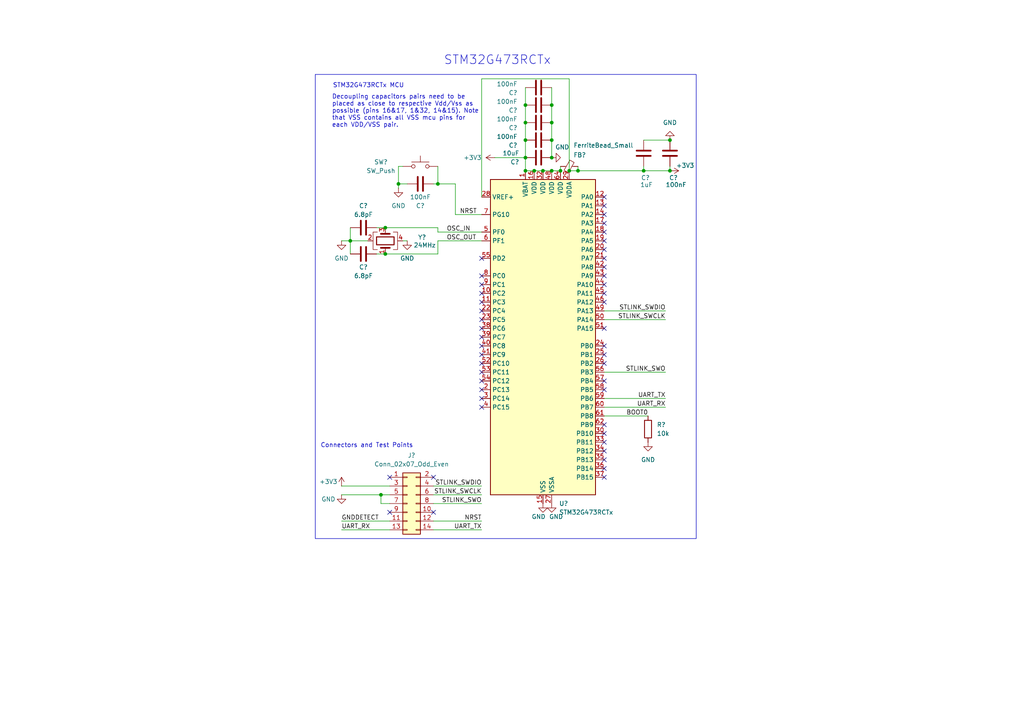
<source format=kicad_sch>
(kicad_sch (version 20250114) (generator "eeschema") (generator_version "9.0")
  (paper "A4")
  (lib_symbols
    (symbol "Connector_Generic:Conn_02x07_Odd_Even" (pin_names (offset 1.016) (hide yes))
      (property "Reference" "J" (at 1.27 10.16 0))
      (property "Value" "Conn_02x07_Odd_Even" (at 1.27 -10.16 0))
      (symbol "Conn_02x07_Odd_Even_1_1"
        (rectangle (start -1.27 8.89) (end 3.81 -8.89) (stroke (width 0.254)) (fill (type background)))
        (rectangle (start -1.27 7.747) (end 0 7.493) (stroke (width 0.1524)))
        (rectangle (start -1.27 5.207) (end 0 4.953) (stroke (width 0.1524)))
        (rectangle (start -1.27 2.667) (end 0 2.413) (stroke (width 0.1524)))
        (rectangle (start -1.27 0.127) (end 0 -0.127) (stroke (width 0.1524)))
        (rectangle (start -1.27 -2.413) (end 0 -2.667) (stroke (width 0.1524)))
        (rectangle (start -1.27 -4.953) (end 0 -5.207) (stroke (width 0.1524)))
        (rectangle (start -1.27 -7.493) (end 0 -7.747) (stroke (width 0.1524)))
        (rectangle (start 3.81 7.747) (end 2.54 7.493) (stroke (width 0.1524)))
        (rectangle (start 3.81 5.207) (end 2.54 4.953) (stroke (width 0.1524)))
        (rectangle (start 3.81 2.667) (end 2.54 2.413) (stroke (width 0.1524)))
        (rectangle (start 3.81 0.127) (end 2.54 -0.127) (stroke (width 0.1524)))
        (rectangle (start 3.81 -2.413) (end 2.54 -2.667) (stroke (width 0.1524)))
        (rectangle (start 3.81 -4.953) (end 2.54 -5.207) (stroke (width 0.1524)))
        (rectangle (start 3.81 -7.493) (end 2.54 -7.747) (stroke (width 0.1524)))
        (pin passive line (at -5.08 7.62 0) (length 3.81) (name "Pin_1") (number "1"))
        (pin passive line (at -5.08 5.08 0) (length 3.81) (name "Pin_3") (number "3"))
        (pin passive line (at -5.08 2.54 0) (length 3.81) (name "Pin_5") (number "5"))
        (pin passive line (at -5.08 0 0) (length 3.81) (name "Pin_7") (number "7"))
        (pin passive line (at -5.08 -2.54 0) (length 3.81) (name "Pin_9") (number "9"))
        (pin passive line (at -5.08 -5.08 0) (length 3.81) (name "Pin_11") (number "11"))
        (pin passive line (at -5.08 -7.62 0) (length 3.81) (name "Pin_13") (number "13"))
        (pin passive line (at 7.62 7.62 180) (length 3.81) (name "Pin_2") (number "2"))
        (pin passive line (at 7.62 5.08 180) (length 3.81) (name "Pin_4") (number "4"))
        (pin passive line (at 7.62 2.54 180) (length 3.81) (name "Pin_6") (number "6"))
        (pin passive line (at 7.62 0 180) (length 3.81) (name "Pin_8") (number "8"))
        (pin passive line (at 7.62 -2.54 180) (length 3.81) (name "Pin_10") (number "10"))
        (pin passive line (at 7.62 -5.08 180) (length 3.81) (name "Pin_12") (number "12"))
        (pin passive line (at 7.62 -7.62 180) (length 3.81) (name "Pin_14") (number "14"))
      )
    )
    (symbol "Device:C" (pin_numbers (hide yes)) (pin_names (offset 0.254))
      (property "Reference" "C" (at 0.635 2.54 0))
      (property "Value" "C" (at 0.635 -2.54 0))
      (symbol "C_0_1"
        (polyline (pts (xy -2.032 0.762) (xy 2.032 0.762)) (stroke (width 0.508)))
        (polyline (pts (xy -2.032 -0.762) (xy 2.032 -0.762)) (stroke (width 0.508)))
      )
      (symbol "C_1_1"
        (pin passive line (at 0 3.81 270) (length 2.794) (name "~") (number "1"))
        (pin passive line (at 0 -3.81 90) (length 2.794) (name "~") (number "2"))
      )
    )
    (symbol "Device:Crystal_GND24" (pin_names (offset 1.016) (hide yes))
      (property "Reference" "Y" (at 3.175 5.08 0))
      (property "Value" "Crystal_GND24" (at 3.175 3.175 0))
      (symbol "Crystal_GND24_0_1"
        (polyline (pts (xy -2.54 2.286) (xy -2.54 3.556) (xy 2.54 3.556) (xy 2.54 2.286)))
        (polyline (pts (xy -2.54 0) (xy -2.032 0)))
        (polyline (pts (xy -2.54 -2.286) (xy -2.54 -3.556) (xy 2.54 -3.556) (xy 2.54 -2.286)))
        (polyline (pts (xy -2.032 -1.27) (xy -2.032 1.27)) (stroke (width 0.508)))
        (rectangle (start -1.143 2.54) (end 1.143 -2.54) (stroke (width 0.3048)))
        (polyline (pts (xy 0 3.556) (xy 0 3.81)))
        (polyline (pts (xy 0 -3.81) (xy 0 -3.556)))
        (polyline (pts (xy 2.032 0) (xy 2.54 0)))
        (polyline (pts (xy 2.032 -1.27) (xy 2.032 1.27)) (stroke (width 0.508)))
      )
      (symbol "Crystal_GND24_1_1"
        (pin passive line (at -3.81 0 0) (length 1.27) (name "1") (number "1"))
        (pin passive line (at 0 5.08 270) (length 1.27) (name "2") (number "2"))
        (pin passive line (at 0 -5.08 90) (length 1.27) (name "4") (number "4"))
        (pin passive line (at 3.81 0 180) (length 1.27) (name "3") (number "3"))
      )
    )
    (symbol "Device:FerriteBead_Small" (pin_numbers (hide yes)) (pin_names (offset 0))
      (property "Reference" "FB" (at 1.905 1.27 0))
      (property "Value" "FerriteBead_Small" (at 1.905 -1.27 0))
      (symbol "FerriteBead_Small_0_1"
        (polyline (pts (xy -1.8288 0.2794) (xy -1.1176 1.4986) (xy 1.8288 -0.2032) (xy 1.1176 -1.4224) (xy -1.8288 0.2794)))
        (polyline (pts (xy 0 0.889) (xy 0 1.2954)))
        (polyline (pts (xy 0 -1.27) (xy 0 -0.7874)))
      )
      (symbol "FerriteBead_Small_1_1"
        (pin passive line (at 0 2.54 270) (length 1.27) (name "~") (number "1"))
        (pin passive line (at 0 -2.54 90) (length 1.27) (name "~") (number "2"))
      )
    )
    (symbol "Device:R" (pin_numbers (hide yes)) (pin_names (offset 0))
      (property "Reference" "R" (at 2.032 0 90))
      (property "Value" "R" (at 0 0 90))
      (symbol "R_0_1"
        (rectangle (start -1.016 -2.54) (end 1.016 2.54) (stroke (width 0.254)))
      )
      (symbol "R_1_1"
        (pin passive line (at 0 3.81 270) (length 1.27) (name "~") (number "1"))
        (pin passive line (at 0 -3.81 90) (length 1.27) (name "~") (number "2"))
      )
    )
    (symbol "MCU_ST_STM32G4:STM32G473RCTx"
      (property "Reference" "U" (at -15.24 46.99 0))
      (property "Value" "STM32G473RCTx" (at 10.16 46.99 0))
      (symbol "STM32G473RCTx_0_1"
        (rectangle (start -15.24 -45.72) (end 15.24 45.72) (stroke (width 0.254)) (fill (type background)))
      )
      (symbol "STM32G473RCTx_1_1"
        (pin input line (at -17.78 40.64 0) (length 2.54) (name "VREF+") (number "28"))
        (pin bidirectional line (at -17.78 35.56 0) (length 2.54) (name "PG10") (number "7"))
        (pin bidirectional line (at -17.78 30.48 0) (length 2.54) (name "PF0") (number "5"))
        (pin bidirectional line (at -17.78 27.94 0) (length 2.54) (name "PF1") (number "6"))
        (pin bidirectional line (at -17.78 22.86 0) (length 2.54) (name "PD2") (number "55"))
        (pin bidirectional line (at -17.78 17.78 0) (length 2.54) (name "PC0") (number "8"))
        (pin bidirectional line (at -17.78 15.24 0) (length 2.54) (name "PC1") (number "9"))
        (pin bidirectional line (at -17.78 12.7 0) (length 2.54) (name "PC2") (number "10"))
        (pin bidirectional line (at -17.78 10.16 0) (length 2.54) (name "PC3") (number "11"))
        (pin bidirectional line (at -17.78 7.62 0) (length 2.54) (name "PC4") (number "22"))
        (pin bidirectional line (at -17.78 5.08 0) (length 2.54) (name "PC5") (number "23"))
        (pin bidirectional line (at -17.78 2.54 0) (length 2.54) (name "PC6") (number "38"))
        (pin bidirectional line (at -17.78 0 0) (length 2.54) (name "PC7") (number "39"))
        (pin bidirectional line (at -17.78 -2.54 0) (length 2.54) (name "PC8") (number "40"))
        (pin bidirectional line (at -17.78 -5.08 0) (length 2.54) (name "PC9") (number "41"))
        (pin bidirectional line (at -17.78 -7.62 0) (length 2.54) (name "PC10") (number "52"))
        (pin bidirectional line (at -17.78 -10.16 0) (length 2.54) (name "PC11") (number "53"))
        (pin bidirectional line (at -17.78 -12.7 0) (length 2.54) (name "PC12") (number "54"))
        (pin bidirectional line (at -17.78 -15.24 0) (length 2.54) (name "PC13") (number "2"))
        (pin bidirectional line (at -17.78 -17.78 0) (length 2.54) (name "PC14") (number "3"))
        (pin bidirectional line (at -17.78 -20.32 0) (length 2.54) (name "PC15") (number "4"))
        (pin power_in line (at -5.08 48.26 270) (length 2.54) (name "VBAT") (number "1"))
        (pin power_in line (at -2.54 48.26 270) (length 2.54) (name "VDD") (number "16"))
        (pin power_in line (at 0 48.26 270) (length 2.54) (name "VDD") (number "32"))
        (pin power_in line (at 0 -48.26 90) (length 2.54) (name "VSS") (number "15"))
        (pin passive line (at 0 -48.26 90) (length 2.54) (hide yes) (name "VSS") (number "31"))
        (pin passive line (at 0 -48.26 90) (length 2.54) (hide yes) (name "VSS") (number "47"))
        (pin passive line (at 0 -48.26 90) (length 2.54) (hide yes) (name "VSS") (number "63"))
        (pin power_in line (at 2.54 48.26 270) (length 2.54) (name "VDD") (number "48"))
        (pin power_in line (at 2.54 -48.26 90) (length 2.54) (name "VSSA") (number "27"))
        (pin power_in line (at 5.08 48.26 270) (length 2.54) (name "VDD") (number "64"))
        (pin power_in line (at 7.62 48.26 270) (length 2.54) (name "VDDA") (number "29"))
        (pin bidirectional line (at 17.78 40.64 180) (length 2.54) (name "PA0") (number "12"))
        (pin bidirectional line (at 17.78 38.1 180) (length 2.54) (name "PA1") (number "13"))
        (pin bidirectional line (at 17.78 35.56 180) (length 2.54) (name "PA2") (number "14"))
        (pin bidirectional line (at 17.78 33.02 180) (length 2.54) (name "PA3") (number "17"))
        (pin bidirectional line (at 17.78 30.48 180) (length 2.54) (name "PA4") (number "18"))
        (pin bidirectional line (at 17.78 27.94 180) (length 2.54) (name "PA5") (number "19"))
        (pin bidirectional line (at 17.78 25.4 180) (length 2.54) (name "PA6") (number "20"))
        (pin bidirectional line (at 17.78 22.86 180) (length 2.54) (name "PA7") (number "21"))
        (pin bidirectional line (at 17.78 20.32 180) (length 2.54) (name "PA8") (number "42"))
        (pin bidirectional line (at 17.78 17.78 180) (length 2.54) (name "PA9") (number "43"))
        (pin bidirectional line (at 17.78 15.24 180) (length 2.54) (name "PA10") (number "44"))
        (pin bidirectional line (at 17.78 12.7 180) (length 2.54) (name "PA11") (number "45"))
        (pin bidirectional line (at 17.78 10.16 180) (length 2.54) (name "PA12") (number "46"))
        (pin bidirectional line (at 17.78 7.62 180) (length 2.54) (name "PA13") (number "49"))
        (pin bidirectional line (at 17.78 5.08 180) (length 2.54) (name "PA14") (number "50"))
        (pin bidirectional line (at 17.78 2.54 180) (length 2.54) (name "PA15") (number "51"))
        (pin bidirectional line (at 17.78 -2.54 180) (length 2.54) (name "PB0") (number "24"))
        (pin bidirectional line (at 17.78 -5.08 180) (length 2.54) (name "PB1") (number "25"))
        (pin bidirectional line (at 17.78 -7.62 180) (length 2.54) (name "PB2") (number "26"))
        (pin bidirectional line (at 17.78 -10.16 180) (length 2.54) (name "PB3") (number "56"))
        (pin bidirectional line (at 17.78 -12.7 180) (length 2.54) (name "PB4") (number "57"))
        (pin bidirectional line (at 17.78 -15.24 180) (length 2.54) (name "PB5") (number "58"))
        (pin bidirectional line (at 17.78 -17.78 180) (length 2.54) (name "PB6") (number "59"))
        (pin bidirectional line (at 17.78 -20.32 180) (length 2.54) (name "PB7") (number "60"))
        (pin bidirectional line (at 17.78 -22.86 180) (length 2.54) (name "PB8") (number "61"))
        (pin bidirectional line (at 17.78 -25.4 180) (length 2.54) (name "PB9") (number "62"))
        (pin bidirectional line (at 17.78 -27.94 180) (length 2.54) (name "PB10") (number "30"))
        (pin bidirectional line (at 17.78 -30.48 180) (length 2.54) (name "PB11") (number "33"))
        (pin bidirectional line (at 17.78 -33.02 180) (length 2.54) (name "PB12") (number "34"))
        (pin bidirectional line (at 17.78 -35.56 180) (length 2.54) (name "PB13") (number "35"))
        (pin bidirectional line (at 17.78 -38.1 180) (length 2.54) (name "PB14") (number "36"))
        (pin bidirectional line (at 17.78 -40.64 180) (length 2.54) (name "PB15") (number "37"))
      )
    )
    (symbol "Switch:SW_Push" (pin_numbers (hide yes)) (pin_names (offset 1.016) (hide yes))
      (property "Reference" "SW" (at 1.27 2.54 0))
      (property "Value" "SW_Push" (at 0 -1.524 0))
      (symbol "SW_Push_0_1"
        (circle (center -2.032 0) (radius 0.508))
        (polyline (pts (xy 0 1.27) (xy 0 3.048)))
        (circle (center 2.032 0) (radius 0.508))
        (polyline (pts (xy 2.54 1.27) (xy -2.54 1.27)))
        (pin passive line (at -5.08 0 0) (length 2.54) (name "1") (number "1"))
        (pin passive line (at 5.08 0 180) (length 2.54) (name "2") (number "2"))
      )
    )
    (symbol "power:+3V3" (power) (pin_numbers (hide yes)) (pin_names (offset 0) (hide yes))
      (property "Value" "+3V3" (at 0 3.556 0))
      (symbol "+3V3_0_1"
        (polyline (pts (xy -0.762 1.27) (xy 0 2.54)))
        (polyline (pts (xy 0 2.54) (xy 0.762 1.27)))
        (polyline (pts (xy 0 0) (xy 0 2.54)))
      )
      (symbol "+3V3_1_1"
        (pin power_in line (at 0 0 90) (length 0) (name "~") (number "1"))
      )
    )
    (symbol "power:GND" (power) (pin_numbers (hide yes)) (pin_names (offset 0) (hide yes))
      (property "Value" "GND" (at 0 -3.81 0))
      (symbol "GND_0_1"
        (polyline (pts (xy 0 0) (xy 0 -1.27) (xy 1.27 -1.27) (xy 0 -2.54) (xy -1.27 -1.27) (xy 0 -1.27)))
      )
      (symbol "GND_1_1"
        (pin power_in line (at 0 0 270) (length 0) (name "~") (number "1"))
      )
    )
  )
  (rectangle (start 91.44 21.59) (end 201.93 156.21))
  (text "STM32G473RCTx" (at 144.272 17.526 0) (effects (font (size 2.54 2.54))))
  (text "Decoupling capacitors pairs need to be\nplaced as close to respective Vdd/Vss as\npossible (pins 16&17, 1&32, 14&15). Note\nthat VSS contains all VSS mcu pins for\neach VDD/VSS pair." (at 96.266 32.258 0) (effects (font (size 1.27 1.27)) (justify left)))
  (text "STM32G473RCTx MCU" (at 96.52 24.13 0) (effects (font (size 1.27 1.27)) (justify left top)))
  (text "Connectors and Test Points\n" (at 92.964 128.524 0) (effects (font (size 1.27 1.27)) (justify left top)))
  (junction (at 162.56 49.53))
  (junction (at 186.69 49.53))
  (junction (at 194.31 49.53))
  (junction (at 160.02 35.56))
  (junction (at 160.02 49.53))
  (junction (at 115.57 53.34))
  (junction (at 167.64 49.53))
  (junction (at 152.4 30.48))
  (junction (at 127 53.34))
  (junction (at 152.4 45.72))
  (junction (at 160.02 40.64))
  (junction (at 110.49 143.51))
  (junction (at 157.48 49.53))
  (junction (at 152.4 35.56))
  (junction (at 152.4 49.53))
  (junction (at 154.94 49.53))
  (junction (at 160.02 30.48))
  (junction (at 111.76 73.66))
  (junction (at 194.31 40.64))
  (junction (at 160.02 45.72))
  (junction (at 165.1 49.53))
  (junction (at 111.76 66.04))
  (junction (at 152.4 40.64))
  (junction (at 101.6 69.85))
  (no_connect (at 113.03 148.59))
  (no_connect (at 175.26 130.81))
  (no_connect (at 175.26 77.47))
  (no_connect (at 125.73 148.59))
  (no_connect (at 175.26 80.01))
  (no_connect (at 139.7 105.41))
  (no_connect (at 175.26 110.49))
  (no_connect (at 139.7 110.49))
  (no_connect (at 175.26 95.25))
  (no_connect (at 175.26 135.89))
  (no_connect (at 175.26 128.27))
  (no_connect (at 175.26 64.77))
  (no_connect (at 175.26 133.35))
  (no_connect (at 139.7 97.79))
  (no_connect (at 113.03 138.43))
  (no_connect (at 139.7 115.57))
  (no_connect (at 139.7 82.55))
  (no_connect (at 175.26 72.39))
  (no_connect (at 175.26 82.55))
  (no_connect (at 139.7 80.01))
  (no_connect (at 139.7 85.09))
  (no_connect (at 139.7 100.33))
  (no_connect (at 175.26 62.23))
  (no_connect (at 175.26 138.43))
  (no_connect (at 139.7 87.63))
  (no_connect (at 139.7 107.95))
  (no_connect (at 175.26 74.93))
  (no_connect (at 175.26 125.73))
  (no_connect (at 139.7 92.71))
  (no_connect (at 125.73 138.43))
  (no_connect (at 175.26 113.03))
  (no_connect (at 139.7 118.11))
  (no_connect (at 139.7 90.17))
  (no_connect (at 175.26 69.85))
  (no_connect (at 175.26 59.69))
  (no_connect (at 139.7 102.87))
  (no_connect (at 139.7 95.25))
  (no_connect (at 175.26 57.15))
  (no_connect (at 175.26 67.31))
  (no_connect (at 175.26 87.63))
  (no_connect (at 175.26 100.33))
  (no_connect (at 175.26 123.19))
  (no_connect (at 175.26 85.09))
  (no_connect (at 175.26 105.41))
  (no_connect (at 139.7 74.93))
  (no_connect (at 139.7 113.03))
  (no_connect (at 175.26 102.87))
  (wire (pts (xy 110.49 146.05) (xy 110.49 143.51)))
  (wire (pts (xy 109.22 73.66) (xy 111.76 73.66)))
  (wire (pts (xy 132.08 62.23) (xy 139.7 62.23)))
  (wire (pts (xy 125.73 153.67) (xy 139.7 153.67)))
  (wire (pts (xy 160.02 30.48) (xy 160.02 35.56)))
  (wire (pts (xy 162.56 48.26) (xy 162.56 49.53)))
  (wire (pts (xy 115.57 54.61) (xy 115.57 53.34)))
  (wire (pts (xy 160.02 25.4) (xy 160.02 30.48)))
  (wire (pts (xy 152.4 30.48) (xy 152.4 35.56)))
  (wire (pts (xy 167.64 49.53) (xy 186.69 49.53)))
  (wire (pts (xy 99.06 69.85) (xy 101.6 69.85)))
  (wire (pts (xy 139.7 57.15) (xy 139.7 22.86)))
  (wire (pts (xy 127 67.31) (xy 139.7 67.31)))
  (wire (pts (xy 101.6 69.85) (xy 101.6 73.66)))
  (wire (pts (xy 160.02 40.64) (xy 160.02 45.72)))
  (wire (pts (xy 111.76 73.66) (xy 127 73.66)))
  (wire (pts (xy 132.08 62.23) (xy 132.08 53.34)))
  (wire (pts (xy 194.31 49.53) (xy 194.31 48.26)))
  (wire (pts (xy 152.4 40.64) (xy 152.4 45.72)))
  (wire (pts (xy 152.4 49.53) (xy 154.94 49.53)))
  (wire (pts (xy 125.73 140.97) (xy 139.7 140.97)))
  (wire (pts (xy 139.7 22.86) (xy 165.1 22.86)))
  (wire (pts (xy 125.73 151.13) (xy 139.7 151.13)))
  (wire (pts (xy 125.73 53.34) (xy 127 53.34)))
  (wire (pts (xy 110.49 143.51) (xy 113.03 143.51)))
  (wire (pts (xy 157.48 49.53) (xy 160.02 49.53)))
  (wire (pts (xy 139.7 143.51) (xy 125.73 143.51)))
  (wire (pts (xy 152.4 35.56) (xy 152.4 40.64)))
  (wire (pts (xy 101.6 69.85) (xy 106.68 69.85)))
  (wire (pts (xy 175.26 90.17) (xy 193.04 90.17)))
  (wire (pts (xy 115.57 48.26) (xy 115.57 53.34)))
  (wire (pts (xy 165.1 22.86) (xy 165.1 49.53)))
  (wire (pts (xy 154.94 49.53) (xy 157.48 49.53)))
  (wire (pts (xy 115.57 53.34) (xy 118.11 53.34)))
  (wire (pts (xy 116.84 69.85) (xy 118.11 69.85)))
  (wire (pts (xy 175.26 118.11) (xy 193.04 118.11)))
  (wire (pts (xy 111.76 66.04) (xy 127 66.04)))
  (wire (pts (xy 165.1 49.53) (xy 167.64 49.53)))
  (wire (pts (xy 99.06 140.97) (xy 113.03 140.97)))
  (wire (pts (xy 175.26 115.57) (xy 193.04 115.57)))
  (wire (pts (xy 175.26 107.95) (xy 193.04 107.95)))
  (wire (pts (xy 175.26 120.65) (xy 187.96 120.65)))
  (wire (pts (xy 152.4 25.4) (xy 152.4 30.48)))
  (wire (pts (xy 115.57 48.26) (xy 116.84 48.26)))
  (wire (pts (xy 109.22 66.04) (xy 111.76 66.04)))
  (wire (pts (xy 127 48.26) (xy 127 53.34)))
  (wire (pts (xy 101.6 66.04) (xy 101.6 69.85)))
  (wire (pts (xy 186.69 49.53) (xy 186.69 48.26)))
  (wire (pts (xy 113.03 146.05) (xy 110.49 146.05)))
  (wire (pts (xy 125.73 146.05) (xy 139.7 146.05)))
  (wire (pts (xy 186.69 49.53) (xy 194.31 49.53)))
  (wire (pts (xy 152.4 45.72) (xy 152.4 49.53)))
  (wire (pts (xy 160.02 49.53) (xy 162.56 49.53)))
  (wire (pts (xy 99.06 143.51) (xy 110.49 143.51)))
  (wire (pts (xy 127 69.85) (xy 139.7 69.85)))
  (wire (pts (xy 99.06 151.13) (xy 113.03 151.13)))
  (wire (pts (xy 132.08 53.34) (xy 127 53.34)))
  (wire (pts (xy 113.03 153.67) (xy 99.06 153.67)))
  (wire (pts (xy 127 66.04) (xy 127 67.31)))
  (wire (pts (xy 175.26 92.71) (xy 193.04 92.71)))
  (wire (pts (xy 160.02 35.56) (xy 160.02 40.64)))
  (wire (pts (xy 186.69 40.64) (xy 194.31 40.64)))
  (wire (pts (xy 127 73.66) (xy 127 69.85)))
  (wire (pts (xy 143.51 45.72) (xy 152.4 45.72)))
  (wire (pts (xy 167.64 48.26) (xy 167.64 49.53)))
  (label "STLINK_SWDIO" (at 193.04 90.17 180))
  (label "STLINK_SWDIO" (at 139.7 140.97 180))
  (label "STLINK_SWCLK" (at 139.7 143.51 180))
  (label "NRST" (at 139.7 151.13 180))
  (label "UART_RX" (at 193.04 118.11 180))
  (label "UART_TX" (at 193.04 115.57 180))
  (label "UART_TX" (at 139.7 153.67 180))
  (label "STLINK_SWCLK" (at 193.04 92.71 180))
  (label "OSC_OUT" (at 129.54 69.85 0))
  (label "GNDDETECT" (at 99.06 151.13 0))
  (label "NRST" (at 133.35 62.23 0))
  (label "UART_RX" (at 99.06 153.67 0))
  (label "STLINK_SWO" (at 139.7 146.05 180))
  (label "STLINK_SWO" (at 193.04 107.95 180))
  (label "OSC_IN" (at 129.54 67.31 0))
  (label "BOOT0" (at 187.96 120.65 180))
  (symbol (lib_id "power:GND") (at 115.57 54.61 0) (unit 1)
    (property "Reference" "#PWR?" (effects (hide yes)))
    (property "Value" "GND" (at 115.57 59.69 0))
    (property "Description" "Power symbol creates a global label with name \"GND\" , ground" (effects (hide yes)))
  )
  (symbol (lib_id "Device:Crystal_GND24") (at 111.76 69.85 90) (unit 1)
    (property "Reference" "Y?" (at 122.428 68.834 90))
    (property "Value" "24MHz" (at 123.19 71.12 90))
    (property "Footprint" "Crystal:Crystal_SMD_2016-4Pin_2.0x1.6mm" (effects (hide yes)))
    (property "Datasheet" "https://ecsxtal.com/store/pdf/ECX-1637B.pdf" (effects (hide yes)))
    (property "Description" "Four pin crystal, GND on pins 2 and 4" (effects (hide yes)))
    (property "Digi PN" "XC3063CT-ND" (effects (hide yes)))
    (property "MFG" "ECS" (effects (hide yes)))
    (property "MFG PN" "ECS-240-8-37B-CKY-TR" (effects (hide yes)))
  )
  (symbol (lib_id "Device:C") (at 186.69 44.45 0) (unit 1)
    (property "Reference" "C?" (at 185.928 51.562 0) (effects (justify left)))
    (property "Value" "1uF" (at 185.674 53.594 0) (effects (justify left)))
    (property "Footprint" "Capacitor_SMD:C_0805_2012Metric_Pad1.18x1.45mm_HandSolder" (effects (hide yes)))
    (property "Datasheet" "https://mm.digikey.com/Volume0/opasdata/d220001/medias/docus/609/CL21B105KBFNNNE_Spec.pdf" (effects (hide yes)))
    (property "Description" "Unpolarized capacitor" (effects (hide yes)))
    (property "Digi PN" "1276-1029-1-ND" (effects (hide yes)))
    (property "MFG" "Samsung Electro-Mechanics" (effects (hide yes)))
    (property "MFG PN" "CL21B105KBFNNNE" (effects (hide yes)))
  )
  (symbol (lib_id "power:+3V3") (at 99.06 140.97 0) (unit 1)
    (property "Reference" "#PWR?" (effects (hide yes)))
    (property "Value" "+3V3" (at 95.25 139.7 0))
    (property "Description" "Power symbol creates a global label with name \"+3V3\"" (effects (hide yes)))
  )
  (symbol (lib_id "Device:C") (at 156.21 25.4 90) (mirror x) (unit 1)
    (property "Reference" "C?" (at 150.114 26.924 90) (effects (justify left)))
    (property "Value" "100nF" (at 150.114 24.384 90) (effects (justify left)))
    (property "Footprint" "Capacitor_SMD:C_0805_2012Metric_Pad1.18x1.45mm_HandSolder" (effects (hide yes)))
    (property "Datasheet" "https://www.yageo.com/upload/media/product/productsearch/datasheet/mlcc/UPY-GPHC_X7R_6.3V-to-250V_24.pdf" (effects (hide yes)))
    (property "Description" "Unpolarized capacitor" (effects (hide yes)))
    (property "Digi PN" "311-1140-1-ND" (effects (hide yes)))
    (property "MFG" "Yageo" (effects (hide yes)))
    (property "MFG PN" "CC0805KRX7R9BB104" (effects (hide yes)))
  )
  (symbol (lib_id "power:GND") (at 99.06 143.51 0) (unit 1)
    (property "Reference" "#PWR?" (effects (hide yes)))
    (property "Value" "GND" (at 95.25 144.78 0))
    (property "Description" "Power symbol creates a global label with name \"GND\" , ground" (effects (hide yes)))
  )
  (symbol (lib_id "Device:FerriteBead_Small") (at 165.1 48.26 90) (unit 1)
    (property "Reference" "FB?" (at 168.148 44.958 90))
    (property "Value" "FerriteBead_Small" (at 175.006 42.164 90))
    (property "Footprint" "Inductor_SMD:L_0805_2012Metric_Pad1.05x1.20mm_HandSolder" (effects (hide yes)))
    (property "Datasheet" "https://www.laird.com/document/datasheet/hi0805o121r-10-datasheet" (effects (hide yes)))
    (property "Description" "Ferrite bead, small symbol" (effects (hide yes)))
    (property "Digi PN" "240-2393-1-ND" (effects (hide yes)))
    (property "MFG" "Laird-Signal Integrity Products" (effects (hide yes)))
    (property "MFG PN" "HI0805O121R-10" (effects (hide yes)))
  )
  (symbol (lib_id "Device:C") (at 156.21 35.56 90) (mirror x) (unit 1)
    (property "Reference" "C?" (at 150.114 37.084 90) (effects (justify left)))
    (property "Value" "100nF" (at 150.114 34.544 90) (effects (justify left)))
    (property "Footprint" "Capacitor_SMD:C_0805_2012Metric_Pad1.18x1.45mm_HandSolder" (effects (hide yes)))
    (property "Datasheet" "https://www.yageo.com/upload/media/product/productsearch/datasheet/mlcc/UPY-GPHC_X7R_6.3V-to-250V_24.pdf" (effects (hide yes)))
    (property "Description" "Unpolarized capacitor" (effects (hide yes)))
    (property "Digi PN" "311-1140-1-ND" (effects (hide yes)))
    (property "MFG" "Yageo" (effects (hide yes)))
    (property "MFG PN" "CC0805KRX7R9BB104" (effects (hide yes)))
  )
  (symbol (lib_id "Connector_Generic:Conn_02x07_Odd_Even") (at 118.11 146.05 0) (unit 1)
    (property "Reference" "J?" (at 119.38 132.08 0))
    (property "Value" "Conn_02x07_Odd_Even" (at 119.38 134.62 0))
    (property "Footprint" "Connector_PinHeader_1.27mm:PinHeader_2x07_P1.27mm_Vertical_SMD" (effects (hide yes)))
    (property "Datasheet" "https://mm.digikey.com/Volume0/opasdata/d220001/medias/docus/6209/ftsh-1xx-xx-xxx-dv-xxx-xxx-x-xx-mkt.pdf" (effects (hide yes)))
    (property "Description" "Generic connector, double row, 02x07, odd/even pin numbering scheme (row 1 odd numbers, row 2 even numbers), script generated (kicad-library-utils/schlib/autogen/connector/)" (effects (hide yes)))
    (property "MFG PN" "FTSH-107-01-F-DV-K-P-TR" (effects (hide yes)))
    (property "Digi PN" "SAM13170CT-ND" (effects (hide yes)))
  )
  (symbol (lib_id "MCU_ST_STM32G4:STM32G473RCTx") (at 157.48 97.79 0) (unit 1)
    (property "Reference" "U?" (at 162.1633 146.05 0) (effects (justify left)))
    (property "Value" "STM32G473RCTx" (at 162.1633 148.59 0) (effects (justify left)))
    (property "Footprint" "Package_QFP:LQFP-64_10x10mm_P0.5mm" (effects (hide yes)))
    (property "Datasheet" "https://www.st.com/resource/en/datasheet/stm32g473rc.pdf" (effects (hide yes)))
    (property "Description" "STMicroelectronics Arm Cortex-M4 MCU, 256KB flash, 128KB RAM, 170 MHz, 1.71-3.6V, 52 GPIO, LQFP64" (effects (hide yes)))
    (property "Digi PN" "497-15376-ND" (effects (hide yes)))
    (property "MFG" "STMicroelectronics" (effects (hide yes)))
    (property "MFG PN" "STM32F446RET6" (effects (hide yes)))
  )
  (symbol (lib_id "Device:C") (at 156.21 30.48 90) (mirror x) (unit 1)
    (property "Reference" "C?" (at 150.114 32.004 90) (effects (justify left)))
    (property "Value" "100nF" (at 150.114 29.464 90) (effects (justify left)))
    (property "Footprint" "Capacitor_SMD:C_0805_2012Metric_Pad1.18x1.45mm_HandSolder" (effects (hide yes)))
    (property "Datasheet" "https://www.yageo.com/upload/media/product/productsearch/datasheet/mlcc/UPY-GPHC_X7R_6.3V-to-250V_24.pdf" (effects (hide yes)))
    (property "Description" "Unpolarized capacitor" (effects (hide yes)))
    (property "Digi PN" "311-1140-1-ND" (effects (hide yes)))
    (property "MFG" "Yageo" (effects (hide yes)))
    (property "MFG PN" "CC0805KRX7R9BB104" (effects (hide yes)))
  )
  (symbol (lib_id "power:GND") (at 160.02 146.05 0) (unit 1)
    (property "Reference" "#PWR?" (effects (hide yes)))
    (property "Value" "GND" (at 161.29 149.86 0))
    (property "Description" "Power symbol creates a global label with name \"GND\" , ground" (effects (hide yes)))
  )
  (symbol (lib_id "power:GND") (at 157.48 146.05 0) (unit 1)
    (property "Reference" "#PWR?" (effects (hide yes)))
    (property "Value" "GND" (at 156.21 149.86 0))
    (property "Description" "Power symbol creates a global label with name \"GND\" , ground" (effects (hide yes)))
  )
  (symbol (lib_id "power:GND") (at 194.31 40.64 180) (unit 1)
    (property "Reference" "#PWR?" (effects (hide yes)))
    (property "Value" "GND" (at 194.31 35.56 0))
    (property "Description" "Power symbol creates a global label with name \"GND\" , ground" (effects (hide yes)))
  )
  (symbol (lib_id "Device:C") (at 105.41 73.66 270) (unit 1)
    (property "Reference" "C?" (at 105.41 77.47 90))
    (property "Value" "6.8pF" (at 105.41 80.01 90))
    (property "Footprint" "Capacitor_SMD:C_0805_2012Metric_Pad1.18x1.45mm_HandSolder" (effects (hide yes)))
    (property "Datasheet" "https://www.yageo.com/en/Chart/Download/pdf/CC0805DRNPO9BN6R8" (effects (hide yes)))
    (property "Description" "Unpolarized capacitor" (effects (hide yes)))
    (property "Digi PN" "311-4155-1-ND" (effects (hide yes)))
    (property "MFG" "Yageo" (effects (hide yes)))
    (property "MFG PN" "CC0805DRNPO9BN6R8" (effects (hide yes)))
  )
  (symbol (lib_id "Device:C") (at 121.92 53.34 90) (mirror x) (unit 1)
    (property "Reference" "C?" (at 121.92 59.69 90))
    (property "Value" "100nF" (at 121.92 57.15 90))
    (property "Footprint" "Capacitor_SMD:C_0805_2012Metric_Pad1.18x1.45mm_HandSolder" (effects (hide yes)))
    (property "Datasheet" "https://www.yageo.com/upload/media/product/productsearch/datasheet/mlcc/UPY-GPHC_X7R_6.3V-to-250V_24.pdf" (effects (hide yes)))
    (property "Description" "Unpolarized capacitor" (effects (hide yes)))
    (property "Digi PN" "311-1140-1-ND" (effects (hide yes)))
    (property "MFG" "Yageo" (effects (hide yes)))
    (property "MFG PN" "CC0805KRX7R9BB104" (effects (hide yes)))
  )
  (symbol (lib_id "Device:C") (at 105.41 66.04 270) (unit 1)
    (property "Reference" "C?" (at 105.41 59.69 90))
    (property "Value" "6.8pF" (at 105.41 62.23 90))
    (property "Footprint" "Capacitor_SMD:C_0805_2012Metric_Pad1.18x1.45mm_HandSolder" (effects (hide yes)))
    (property "Datasheet" "https://www.yageo.com/en/Chart/Download/pdf/CC0805DRNPO9BN6R8" (effects (hide yes)))
    (property "Description" "Unpolarized capacitor" (effects (hide yes)))
    (property "Digi PN" "311-4155-1-ND" (effects (hide yes)))
    (property "MFG" "Yageo" (effects (hide yes)))
    (property "MFG PN" "CC0805DRNPO9BN6R8" (effects (hide yes)))
  )
  (symbol (lib_id "power:GND") (at 99.06 69.85 0) (unit 1)
    (property "Reference" "#PWR?" (effects (hide yes)))
    (property "Value" "GND" (at 99.06 74.93 0))
    (property "Description" "Power symbol creates a global label with name \"GND\" , ground" (effects (hide yes)))
  )
  (symbol (lib_id "Device:C") (at 156.21 40.64 90) (mirror x) (unit 1)
    (property "Reference" "C?" (at 150.114 42.164 90) (effects (justify left)))
    (property "Value" "100nF" (at 150.114 39.624 90) (effects (justify left)))
    (property "Footprint" "Capacitor_SMD:C_0805_2012Metric_Pad1.18x1.45mm_HandSolder" (effects (hide yes)))
    (property "Datasheet" "https://www.yageo.com/upload/media/product/productsearch/datasheet/mlcc/UPY-GPHC_X7R_6.3V-to-250V_24.pdf" (effects (hide yes)))
    (property "Description" "Unpolarized capacitor" (effects (hide yes)))
    (property "Digi PN" "311-1140-1-ND" (effects (hide yes)))
    (property "MFG" "Yageo" (effects (hide yes)))
    (property "MFG PN" "CC0805KRX7R9BB104" (effects (hide yes)))
  )
  (symbol (lib_id "Device:C") (at 194.31 44.45 0) (unit 1)
    (property "Reference" "C?" (at 194.056 51.562 0) (effects (justify left)))
    (property "Value" "100nF" (at 193.04 53.594 0) (effects (justify left)))
    (property "Footprint" "Capacitor_SMD:C_0805_2012Metric_Pad1.18x1.45mm_HandSolder" (effects (hide yes)))
    (property "Datasheet" "https://www.yageo.com/upload/media/product/productsearch/datasheet/mlcc/UPY-GPHC_X7R_6.3V-to-250V_24.pdf" (effects (hide yes)))
    (property "Description" "Unpolarized capacitor" (effects (hide yes)))
    (property "Digi PN" "311-1140-1-ND" (effects (hide yes)))
    (property "MFG" "Yageo" (effects (hide yes)))
    (property "MFG PN" "CC0805KRX7R9BB104" (effects (hide yes)))
  )
  (symbol (lib_id "power:GND") (at 118.11 69.85 0) (unit 1)
    (property "Reference" "#PWR?" (effects (hide yes)))
    (property "Value" "GND" (at 118.11 74.93 0))
    (property "Description" "Power symbol creates a global label with name \"GND\" , ground" (effects (hide yes)))
  )
  (symbol (lib_id "Device:C") (at 156.21 45.72 90) (mirror x) (unit 1)
    (property "Reference" "C?" (at 150.622 46.99 90) (effects (justify left)))
    (property "Value" "10uF" (at 150.622 44.45 90) (effects (justify left)))
    (property "Footprint" "Capacitor_SMD:C_0805_2012Metric_Pad1.18x1.45mm_HandSolder" (effects (hide yes)))
    (property "Datasheet" "https://mm.digikey.com/Volume0/opasdata/d220001/medias/docus/658/CL21A106KOQNNNG_Spec.pdf" (effects (hide yes)))
    (property "Description" "Unpolarized capacitor" (effects (hide yes)))
    (property "Digi PN" "1276-6455-1-ND" (effects (hide yes)))
    (property "MFG" "Samsung Electro-Mechanics" (effects (hide yes)))
    (property "MFG PN" "CL21A106KOQNNNG" (effects (hide yes)))
  )
  (symbol (lib_id "power:GND") (at 160.02 45.72 90) (unit 1)
    (property "Reference" "#PWR?" (effects (hide yes)))
    (property "Value" "GND" (at 161.036 42.672 90) (effects (justify right)))
    (property "Description" "Power symbol creates a global label with name \"GND\" , ground" (effects (hide yes)))
  )
  (symbol (lib_id "Switch:SW_Push") (at 121.92 48.26 0) (unit 1)
    (property "Reference" "SW?" (at 110.49 46.99 0))
    (property "Value" "SW_Push" (at 110.49 49.53 0))
    (property "Footprint" "Button_Switch_SMD:SW_SPST_PTS647_Sx38" (effects (hide yes)))
    (property "Datasheet" "https://www.ckswitches.com/media/2567/pts647.pdf" (effects (hide yes)))
    (property "Description" "Push button switch, generic, two pins" (effects (hide yes)))
    (property "Digi PN" "PTS647SK38SMTR2LFSCT-ND" (effects (hide yes)))
    (property "MFG" "C&K" (effects (hide yes)))
    (property "MFG PN" "PTS647SK38SMTR2 LFS" (effects (hide yes)))
  )
  (symbol (lib_id "power:GND") (at 187.96 128.27 0) (mirror y) (unit 1)
    (property "Reference" "#PWR?" (effects (hide yes)))
    (property "Value" "GND" (at 187.96 133.35 0))
    (property "Description" "Power symbol creates a global label with name \"GND\" , ground" (effects (hide yes)))
  )
  (symbol (lib_id "power:+3V3") (at 194.31 49.53 270) (unit 1)
    (property "Reference" "#PWR?" (effects (hide yes)))
    (property "Value" "+3V3" (at 196.088 48.006 90) (effects (justify left)))
    (property "Description" "Power symbol creates a global label with name \"+3V3\"" (effects (hide yes)))
  )
  (symbol (lib_id "Device:R") (at 187.96 124.46 0) (unit 1)
    (property "Reference" "R?" (at 190.5 123.1899 0) (effects (justify left)))
    (property "Value" "10k" (at 190.5 125.7299 0) (effects (justify left)))
    (property "Footprint" "Resistor_SMD:R_0805_2012Metric_Pad1.20x1.40mm_HandSolder" (effects (hide yes)))
    (property "Datasheet" "https://www.yageo.com/upload/media/product/productsearch/datasheet/rchip/PYu-AC_51_RoHS_L_11.pdf" (effects (hide yes)))
    (property "Description" "Resistor" (effects (hide yes)))
    (property "Digi PN" "311-10KLGCT-ND" (effects (hide yes)))
    (property "MFG" "Yageo" (effects (hide yes)))
    (property "MFG PN" "AC0805FR-0710KL" (effects (hide yes)))
  )
  (symbol (lib_id "power:+3V3") (at 143.51 45.72 90) (unit 1)
    (property "Reference" "#PWR?" (effects (hide yes)))
    (property "Value" "+3V3" (at 139.7 45.7199 90) (effects (justify left)))
    (property "Description" "Power symbol creates a global label with name \"+3V3\"" (effects (hide yes)))
  )
)
</source>
